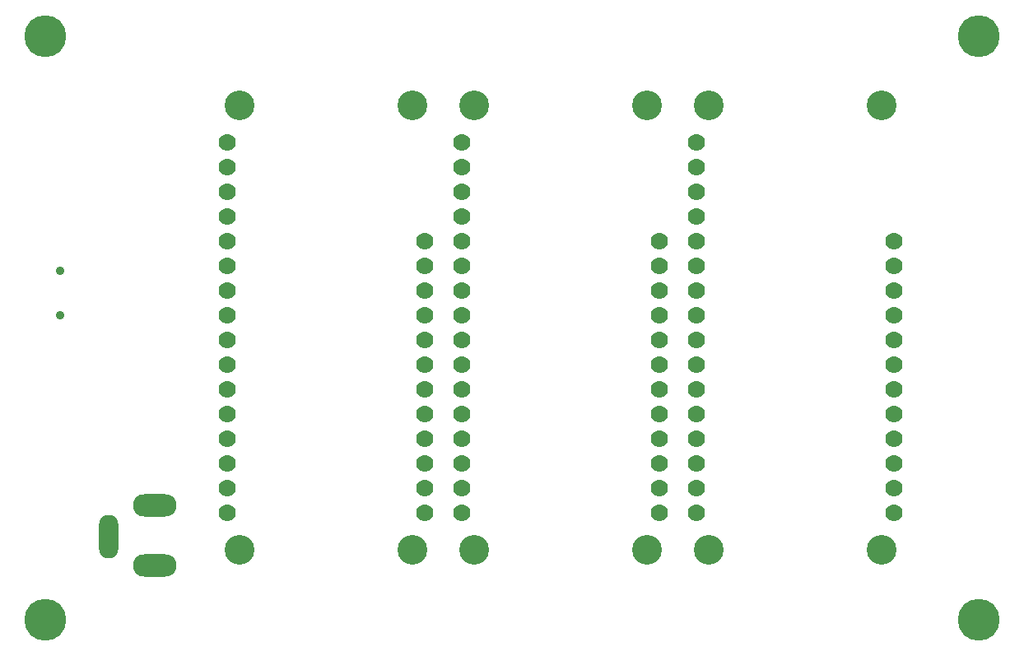
<source format=gbr>
%TF.GenerationSoftware,KiCad,Pcbnew,7.0.10-7.0.10~ubuntu22.04.1*%
%TF.CreationDate,2024-08-19T10:48:18-07:00*%
%TF.ProjectId,iorodeo_feather_tripler_enc1,696f726f-6465-46f5-9f66-656174686572,rev?*%
%TF.SameCoordinates,Original*%
%TF.FileFunction,Soldermask,Bot*%
%TF.FilePolarity,Negative*%
%FSLAX46Y46*%
G04 Gerber Fmt 4.6, Leading zero omitted, Abs format (unit mm)*
G04 Created by KiCad (PCBNEW 7.0.10-7.0.10~ubuntu22.04.1) date 2024-08-19 10:48:18*
%MOMM*%
%LPD*%
G01*
G04 APERTURE LIST*
%ADD10C,0.900000*%
%ADD11C,4.300000*%
%ADD12O,4.500000X2.300000*%
%ADD13O,2.000000X4.500000*%
%ADD14C,3.048000*%
%ADD15C,1.778000*%
G04 APERTURE END LIST*
D10*
%TO.C,SW1*%
X52324000Y-79466000D03*
X52324000Y-74966000D03*
%TD*%
D11*
%TO.C,M2*%
X146812000Y-50800000D03*
%TD*%
D12*
%TO.C,J1*%
X62086300Y-105239700D03*
X62086300Y-99039700D03*
D13*
X57286300Y-102289700D03*
%TD*%
D14*
%TO.C,U1*%
X88519000Y-103657400D03*
X88519000Y-57937400D03*
X70739000Y-103657400D03*
X70739000Y-57937400D03*
D15*
X89789000Y-99847400D03*
X89789000Y-97307400D03*
X89789000Y-94767400D03*
X89789000Y-92227400D03*
X89789000Y-89687400D03*
X89789000Y-87147400D03*
X89789000Y-84607400D03*
X89789000Y-82067400D03*
X89789000Y-79527400D03*
X89789000Y-76987400D03*
X89789000Y-74447400D03*
X89789000Y-71907400D03*
X69469000Y-61747400D03*
X69469000Y-64287400D03*
X69469000Y-66827400D03*
X69469000Y-69367400D03*
X69469000Y-71907400D03*
X69469000Y-74447400D03*
X69469000Y-76987400D03*
X69469000Y-79527400D03*
X69469000Y-82067400D03*
X69469000Y-84607400D03*
X69469000Y-87147400D03*
X69469000Y-89687400D03*
X69469000Y-92227400D03*
X69469000Y-94767400D03*
X69469000Y-97307400D03*
X69469000Y-99847400D03*
%TD*%
D14*
%TO.C,U3*%
X136779000Y-103657400D03*
X136779000Y-57937400D03*
X118999000Y-103657400D03*
X118999000Y-57937400D03*
D15*
X138049000Y-99847400D03*
X138049000Y-97307400D03*
X138049000Y-94767400D03*
X138049000Y-92227400D03*
X138049000Y-89687400D03*
X138049000Y-87147400D03*
X138049000Y-84607400D03*
X138049000Y-82067400D03*
X138049000Y-79527400D03*
X138049000Y-76987400D03*
X138049000Y-74447400D03*
X138049000Y-71907400D03*
X117729000Y-61747400D03*
X117729000Y-64287400D03*
X117729000Y-66827400D03*
X117729000Y-69367400D03*
X117729000Y-71907400D03*
X117729000Y-74447400D03*
X117729000Y-76987400D03*
X117729000Y-79527400D03*
X117729000Y-82067400D03*
X117729000Y-84607400D03*
X117729000Y-87147400D03*
X117729000Y-89687400D03*
X117729000Y-92227400D03*
X117729000Y-94767400D03*
X117729000Y-97307400D03*
X117729000Y-99847400D03*
%TD*%
D14*
%TO.C,U2*%
X112649000Y-103657400D03*
X112649000Y-57937400D03*
X94869000Y-103657400D03*
X94869000Y-57937400D03*
D15*
X113919000Y-99847400D03*
X113919000Y-97307400D03*
X113919000Y-94767400D03*
X113919000Y-92227400D03*
X113919000Y-89687400D03*
X113919000Y-87147400D03*
X113919000Y-84607400D03*
X113919000Y-82067400D03*
X113919000Y-79527400D03*
X113919000Y-76987400D03*
X113919000Y-74447400D03*
X113919000Y-71907400D03*
X93599000Y-61747400D03*
X93599000Y-64287400D03*
X93599000Y-66827400D03*
X93599000Y-69367400D03*
X93599000Y-71907400D03*
X93599000Y-74447400D03*
X93599000Y-76987400D03*
X93599000Y-79527400D03*
X93599000Y-82067400D03*
X93599000Y-84607400D03*
X93599000Y-87147400D03*
X93599000Y-89687400D03*
X93599000Y-92227400D03*
X93599000Y-94767400D03*
X93599000Y-97307400D03*
X93599000Y-99847400D03*
%TD*%
D11*
%TO.C,M1*%
X50800000Y-50800000D03*
%TD*%
%TO.C,M3*%
X146812000Y-110794800D03*
%TD*%
%TO.C,M4*%
X50800000Y-110794800D03*
%TD*%
M02*

</source>
